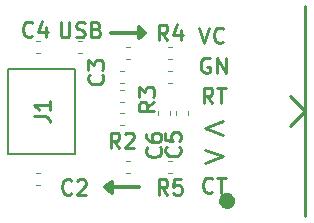
<source format=gbr>
G04 #@! TF.GenerationSoftware,KiCad,Pcbnew,5.1.4+dfsg1-1*
G04 #@! TF.CreationDate,2019-12-13T05:22:49-08:00*
G04 #@! TF.ProjectId,pmod-ftdi,706d6f64-2d66-4746-9469-2e6b69636164,rev?*
G04 #@! TF.SameCoordinates,PX5b906e0PY4a1f960*
G04 #@! TF.FileFunction,Legend,Top*
G04 #@! TF.FilePolarity,Positive*
%FSLAX46Y46*%
G04 Gerber Fmt 4.6, Leading zero omitted, Abs format (unit mm)*
G04 Created by KiCad (PCBNEW 5.1.4+dfsg1-1) date 2019-12-13 05:22:49*
%MOMM*%
%LPD*%
G04 APERTURE LIST*
%ADD10C,0.250000*%
%ADD11C,0.300000*%
%ADD12C,0.120000*%
%ADD13C,0.254000*%
%ADD14C,1.000000*%
%ADD15C,0.150000*%
G04 APERTURE END LIST*
D10*
X4455523Y-456495D02*
X4455523Y-1508876D01*
X4517428Y-1632685D01*
X4579333Y-1694590D01*
X4703142Y-1756495D01*
X4950761Y-1756495D01*
X5074571Y-1694590D01*
X5136476Y-1632685D01*
X5198380Y-1508876D01*
X5198380Y-456495D01*
X5755523Y-1694590D02*
X5941238Y-1756495D01*
X6250761Y-1756495D01*
X6374571Y-1694590D01*
X6436476Y-1632685D01*
X6498380Y-1508876D01*
X6498380Y-1385066D01*
X6436476Y-1261257D01*
X6374571Y-1199352D01*
X6250761Y-1137447D01*
X6003142Y-1075542D01*
X5879333Y-1013638D01*
X5817428Y-951733D01*
X5755523Y-827923D01*
X5755523Y-704114D01*
X5817428Y-580304D01*
X5879333Y-518400D01*
X6003142Y-456495D01*
X6312666Y-456495D01*
X6498380Y-518400D01*
X7488857Y-1075542D02*
X7674571Y-1137447D01*
X7736476Y-1199352D01*
X7798380Y-1323161D01*
X7798380Y-1508876D01*
X7736476Y-1632685D01*
X7674571Y-1694590D01*
X7550761Y-1756495D01*
X7055523Y-1756495D01*
X7055523Y-456495D01*
X7488857Y-456495D01*
X7612666Y-518400D01*
X7674571Y-580304D01*
X7736476Y-704114D01*
X7736476Y-827923D01*
X7674571Y-951733D01*
X7612666Y-1013638D01*
X7488857Y-1075542D01*
X7055523Y-1075542D01*
X17306142Y-14815285D02*
X17244238Y-14877190D01*
X17058523Y-14939095D01*
X16934714Y-14939095D01*
X16749000Y-14877190D01*
X16625190Y-14753380D01*
X16563285Y-14629571D01*
X16501380Y-14381952D01*
X16501380Y-14196238D01*
X16563285Y-13948619D01*
X16625190Y-13824809D01*
X16749000Y-13701000D01*
X16934714Y-13639095D01*
X17058523Y-13639095D01*
X17244238Y-13701000D01*
X17306142Y-13762904D01*
X17677571Y-13639095D02*
X18420428Y-13639095D01*
X18049000Y-14939095D02*
X18049000Y-13639095D01*
X16637095Y-11255428D02*
X18160904Y-11826857D01*
X16637095Y-12398285D01*
X18160904Y-8842428D02*
X16637095Y-9413857D01*
X18160904Y-9985285D01*
X17306142Y-7319095D02*
X16872809Y-6700047D01*
X16563285Y-7319095D02*
X16563285Y-6019095D01*
X17058523Y-6019095D01*
X17182333Y-6081000D01*
X17244238Y-6142904D01*
X17306142Y-6266714D01*
X17306142Y-6452428D01*
X17244238Y-6576238D01*
X17182333Y-6638142D01*
X17058523Y-6700047D01*
X16563285Y-6700047D01*
X17677571Y-6019095D02*
X18420428Y-6019095D01*
X18049000Y-7319095D02*
X18049000Y-6019095D01*
X17058523Y-3541000D02*
X16934714Y-3479095D01*
X16749000Y-3479095D01*
X16563285Y-3541000D01*
X16439476Y-3664809D01*
X16377571Y-3788619D01*
X16315666Y-4036238D01*
X16315666Y-4221952D01*
X16377571Y-4469571D01*
X16439476Y-4593380D01*
X16563285Y-4717190D01*
X16749000Y-4779095D01*
X16872809Y-4779095D01*
X17058523Y-4717190D01*
X17120428Y-4655285D01*
X17120428Y-4221952D01*
X16872809Y-4221952D01*
X17677571Y-4779095D02*
X17677571Y-3479095D01*
X18420428Y-4779095D01*
X18420428Y-3479095D01*
X16188666Y-939095D02*
X16622000Y-2239095D01*
X17055333Y-939095D01*
X18231523Y-2115285D02*
X18169619Y-2177190D01*
X17983904Y-2239095D01*
X17860095Y-2239095D01*
X17674380Y-2177190D01*
X17550571Y-2053380D01*
X17488666Y-1929571D01*
X17426761Y-1681952D01*
X17426761Y-1496238D01*
X17488666Y-1248619D01*
X17550571Y-1124809D01*
X17674380Y-1001000D01*
X17860095Y-939095D01*
X17983904Y-939095D01*
X18169619Y-1001000D01*
X18231523Y-1062904D01*
D11*
X8699500Y-1397000D02*
X11620500Y-1397000D01*
X11620500Y-1397000D02*
X11049000Y-889000D01*
X11049000Y-889000D02*
X11049000Y-1841500D01*
X11049000Y-1841500D02*
X11620500Y-1397000D01*
X8763000Y-13970000D02*
X8191500Y-14414500D01*
X8763000Y-14922500D02*
X8763000Y-13970000D01*
X8191500Y-14414500D02*
X8763000Y-14922500D01*
X11112500Y-14414500D02*
X8191500Y-14414500D01*
D12*
X13544733Y-13210000D02*
X13887267Y-13210000D01*
X13544733Y-12190000D02*
X13887267Y-12190000D01*
X13887267Y-2538000D02*
X13544733Y-2538000D01*
X13887267Y-3558000D02*
X13544733Y-3558000D01*
X9480733Y-7241000D02*
X9823267Y-7241000D01*
X9480733Y-6221000D02*
X9823267Y-6221000D01*
X9823267Y-8126000D02*
X9480733Y-8126000D01*
X9823267Y-9146000D02*
X9480733Y-9146000D01*
D13*
X25146000Y889000D02*
X25146000Y-8001000D01*
X25146000Y-8001000D02*
X25146000Y-16891000D01*
X23876000Y-6731000D02*
X25146000Y-8001000D01*
X25146000Y-8001000D02*
X23876000Y-9271000D01*
D14*
X18746000Y-15601000D02*
G75*
G03X18746000Y-15601000I-200000J0D01*
G01*
D15*
X28000Y-4416000D02*
X28000Y-11616000D01*
X28000Y-4416000D02*
X5678000Y-4416000D01*
X5678000Y-4416000D02*
X5678000Y-11616000D01*
X5678000Y-11616000D02*
X28000Y-11616000D01*
D12*
X9988733Y-13210000D02*
X10331267Y-13210000D01*
X9988733Y-12190000D02*
X10331267Y-12190000D01*
X10331267Y-2538000D02*
X9988733Y-2538000D01*
X10331267Y-3558000D02*
X9988733Y-3558000D01*
X6267267Y-2030000D02*
X5924733Y-2030000D01*
X6267267Y-3050000D02*
X5924733Y-3050000D01*
X13718000Y-8299267D02*
X13718000Y-7956733D01*
X12698000Y-8299267D02*
X12698000Y-7956733D01*
X15242000Y-8299267D02*
X15242000Y-7956733D01*
X14222000Y-8299267D02*
X14222000Y-7956733D01*
X2711267Y-2030000D02*
X2368733Y-2030000D01*
X2711267Y-3050000D02*
X2368733Y-3050000D01*
X9823267Y-4570000D02*
X9480733Y-4570000D01*
X9823267Y-5590000D02*
X9480733Y-5590000D01*
X2711267Y-13206000D02*
X2368733Y-13206000D01*
X2711267Y-14226000D02*
X2368733Y-14226000D01*
X13544733Y-5590000D02*
X13887267Y-5590000D01*
X13544733Y-4570000D02*
X13887267Y-4570000D01*
D10*
X13499333Y-15066095D02*
X13066000Y-14447047D01*
X12756476Y-15066095D02*
X12756476Y-13766095D01*
X13251714Y-13766095D01*
X13375523Y-13828000D01*
X13437428Y-13889904D01*
X13499333Y-14013714D01*
X13499333Y-14199428D01*
X13437428Y-14323238D01*
X13375523Y-14385142D01*
X13251714Y-14447047D01*
X12756476Y-14447047D01*
X14675523Y-13766095D02*
X14056476Y-13766095D01*
X13994571Y-14385142D01*
X14056476Y-14323238D01*
X14180285Y-14261333D01*
X14489809Y-14261333D01*
X14613619Y-14323238D01*
X14675523Y-14385142D01*
X14737428Y-14508952D01*
X14737428Y-14818476D01*
X14675523Y-14942285D01*
X14613619Y-15004190D01*
X14489809Y-15066095D01*
X14180285Y-15066095D01*
X14056476Y-15004190D01*
X13994571Y-14942285D01*
X13499333Y-1985095D02*
X13066000Y-1366047D01*
X12756476Y-1985095D02*
X12756476Y-685095D01*
X13251714Y-685095D01*
X13375523Y-747000D01*
X13437428Y-808904D01*
X13499333Y-932714D01*
X13499333Y-1118428D01*
X13437428Y-1242238D01*
X13375523Y-1304142D01*
X13251714Y-1366047D01*
X12756476Y-1366047D01*
X14613619Y-1118428D02*
X14613619Y-1985095D01*
X14304095Y-623190D02*
X13994571Y-1551761D01*
X14799333Y-1551761D01*
X12399095Y-7201666D02*
X11780047Y-7635000D01*
X12399095Y-7944523D02*
X11099095Y-7944523D01*
X11099095Y-7449285D01*
X11161000Y-7325476D01*
X11222904Y-7263571D01*
X11346714Y-7201666D01*
X11532428Y-7201666D01*
X11656238Y-7263571D01*
X11718142Y-7325476D01*
X11780047Y-7449285D01*
X11780047Y-7944523D01*
X11099095Y-6768333D02*
X11099095Y-5963571D01*
X11594333Y-6396904D01*
X11594333Y-6211190D01*
X11656238Y-6087380D01*
X11718142Y-6025476D01*
X11841952Y-5963571D01*
X12151476Y-5963571D01*
X12275285Y-6025476D01*
X12337190Y-6087380D01*
X12399095Y-6211190D01*
X12399095Y-6582619D01*
X12337190Y-6706428D01*
X12275285Y-6768333D01*
X9435333Y-11129095D02*
X9002000Y-10510047D01*
X8692476Y-11129095D02*
X8692476Y-9829095D01*
X9187714Y-9829095D01*
X9311523Y-9891000D01*
X9373428Y-9952904D01*
X9435333Y-10076714D01*
X9435333Y-10262428D01*
X9373428Y-10386238D01*
X9311523Y-10448142D01*
X9187714Y-10510047D01*
X8692476Y-10510047D01*
X9930571Y-9952904D02*
X9992476Y-9891000D01*
X10116285Y-9829095D01*
X10425809Y-9829095D01*
X10549619Y-9891000D01*
X10611523Y-9952904D01*
X10673428Y-10076714D01*
X10673428Y-10200523D01*
X10611523Y-10386238D01*
X9868666Y-11129095D01*
X10673428Y-11129095D01*
X2216095Y-8449333D02*
X3144666Y-8449333D01*
X3330380Y-8511238D01*
X3454190Y-8635047D01*
X3516095Y-8820761D01*
X3516095Y-8944571D01*
X3516095Y-7149333D02*
X3516095Y-7892190D01*
X3516095Y-7520761D02*
X2216095Y-7520761D01*
X2401809Y-7644571D01*
X2525619Y-7768380D01*
X2587523Y-7892190D01*
X12846785Y-11075166D02*
X12908690Y-11137071D01*
X12970595Y-11322785D01*
X12970595Y-11446595D01*
X12908690Y-11632309D01*
X12784880Y-11756119D01*
X12661071Y-11818023D01*
X12413452Y-11879928D01*
X12227738Y-11879928D01*
X11980119Y-11818023D01*
X11856309Y-11756119D01*
X11732500Y-11632309D01*
X11670595Y-11446595D01*
X11670595Y-11322785D01*
X11732500Y-11137071D01*
X11794404Y-11075166D01*
X11670595Y-9960880D02*
X11670595Y-10208500D01*
X11732500Y-10332309D01*
X11794404Y-10394214D01*
X11980119Y-10518023D01*
X12227738Y-10579928D01*
X12722976Y-10579928D01*
X12846785Y-10518023D01*
X12908690Y-10456119D01*
X12970595Y-10332309D01*
X12970595Y-10084690D01*
X12908690Y-9960880D01*
X12846785Y-9898976D01*
X12722976Y-9837071D01*
X12413452Y-9837071D01*
X12289642Y-9898976D01*
X12227738Y-9960880D01*
X12165833Y-10084690D01*
X12165833Y-10332309D01*
X12227738Y-10456119D01*
X12289642Y-10518023D01*
X12413452Y-10579928D01*
X14497785Y-11011666D02*
X14559690Y-11073571D01*
X14621595Y-11259285D01*
X14621595Y-11383095D01*
X14559690Y-11568809D01*
X14435880Y-11692619D01*
X14312071Y-11754523D01*
X14064452Y-11816428D01*
X13878738Y-11816428D01*
X13631119Y-11754523D01*
X13507309Y-11692619D01*
X13383500Y-11568809D01*
X13321595Y-11383095D01*
X13321595Y-11259285D01*
X13383500Y-11073571D01*
X13445404Y-11011666D01*
X13321595Y-9835476D02*
X13321595Y-10454523D01*
X13940642Y-10516428D01*
X13878738Y-10454523D01*
X13816833Y-10330714D01*
X13816833Y-10021190D01*
X13878738Y-9897380D01*
X13940642Y-9835476D01*
X14064452Y-9773571D01*
X14373976Y-9773571D01*
X14497785Y-9835476D01*
X14559690Y-9897380D01*
X14621595Y-10021190D01*
X14621595Y-10330714D01*
X14559690Y-10454523D01*
X14497785Y-10516428D01*
X2069333Y-1607285D02*
X2007428Y-1669190D01*
X1821714Y-1731095D01*
X1697904Y-1731095D01*
X1512190Y-1669190D01*
X1388380Y-1545380D01*
X1326476Y-1421571D01*
X1264571Y-1173952D01*
X1264571Y-988238D01*
X1326476Y-740619D01*
X1388380Y-616809D01*
X1512190Y-493000D01*
X1697904Y-431095D01*
X1821714Y-431095D01*
X2007428Y-493000D01*
X2069333Y-554904D01*
X3183619Y-864428D02*
X3183619Y-1731095D01*
X2874095Y-369190D02*
X2564571Y-1297761D01*
X3369333Y-1297761D01*
X7957285Y-4915666D02*
X8019190Y-4977571D01*
X8081095Y-5163285D01*
X8081095Y-5287095D01*
X8019190Y-5472809D01*
X7895380Y-5596619D01*
X7771571Y-5658523D01*
X7523952Y-5720428D01*
X7338238Y-5720428D01*
X7090619Y-5658523D01*
X6966809Y-5596619D01*
X6843000Y-5472809D01*
X6781095Y-5287095D01*
X6781095Y-5163285D01*
X6843000Y-4977571D01*
X6904904Y-4915666D01*
X6781095Y-4482333D02*
X6781095Y-3677571D01*
X7276333Y-4110904D01*
X7276333Y-3925190D01*
X7338238Y-3801380D01*
X7400142Y-3739476D01*
X7523952Y-3677571D01*
X7833476Y-3677571D01*
X7957285Y-3739476D01*
X8019190Y-3801380D01*
X8081095Y-3925190D01*
X8081095Y-4296619D01*
X8019190Y-4420428D01*
X7957285Y-4482333D01*
X5371333Y-14942285D02*
X5309428Y-15004190D01*
X5123714Y-15066095D01*
X4999904Y-15066095D01*
X4814190Y-15004190D01*
X4690380Y-14880380D01*
X4628476Y-14756571D01*
X4566571Y-14508952D01*
X4566571Y-14323238D01*
X4628476Y-14075619D01*
X4690380Y-13951809D01*
X4814190Y-13828000D01*
X4999904Y-13766095D01*
X5123714Y-13766095D01*
X5309428Y-13828000D01*
X5371333Y-13889904D01*
X5866571Y-13889904D02*
X5928476Y-13828000D01*
X6052285Y-13766095D01*
X6361809Y-13766095D01*
X6485619Y-13828000D01*
X6547523Y-13889904D01*
X6609428Y-14013714D01*
X6609428Y-14137523D01*
X6547523Y-14323238D01*
X5804666Y-15066095D01*
X6609428Y-15066095D01*
M02*

</source>
